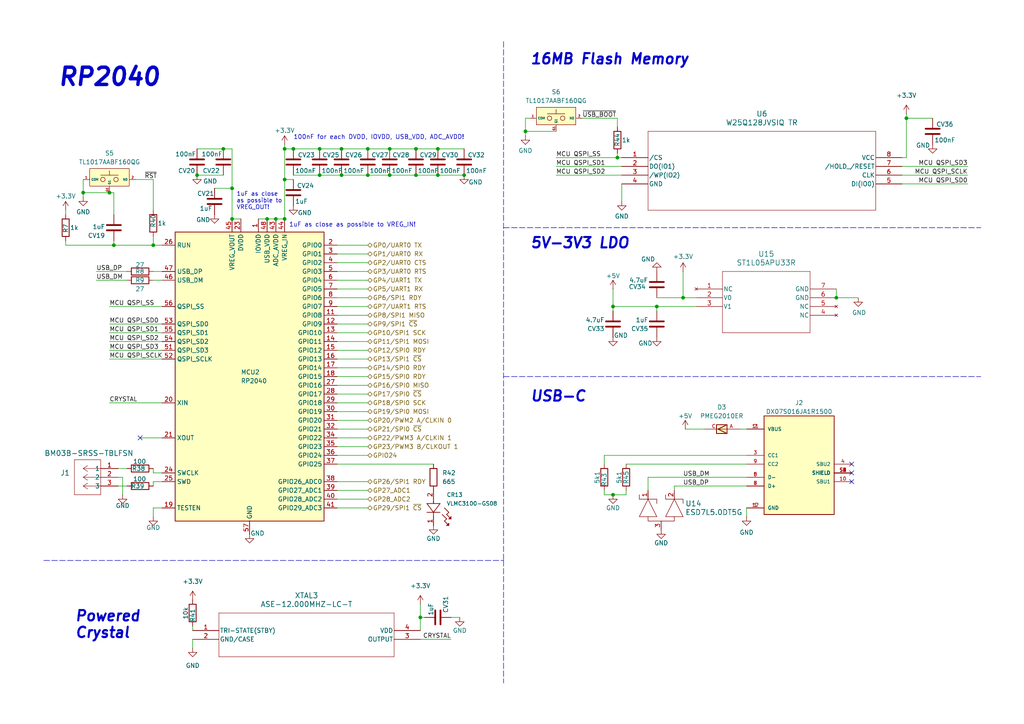
<source format=kicad_sch>
(kicad_sch (version 20231120) (generator "eeschema") (generator_version "8.0")
  (paper "A4")
  (lib_symbols
    (symbol "16MB_Flash:W25Q128JVSIQ_TR" (pin_names (offset 0.254))
      (property "Reference" "U" (at 40.64 12.7 0))
      (property "Value" "W25Q128JVSIQ TR" (at 40.64 10.16 0))
      (symbol "W25Q128JVSIQ_TR_0_1"
        (pin input line (at 0 0 0) (length 7.62) (name "/CS") (number "1"))
        (pin bidirectional line (at 0 -2.54 0) (length 7.62) (name "DO(IO1)") (number "2"))
        (pin bidirectional line (at 0 -5.08 0) (length 7.62) (name "/WP(IO2)") (number "3"))
        (pin passive line (at 0 -7.62 0) (length 7.62) (name "GND") (number "4"))
        (pin bidirectional line (at 81.28 -7.62 180) (length 7.62) (name "DI(IO0)") (number "5"))
        (pin input line (at 81.28 -5.08 180) (length 7.62) (name "CLK") (number "6"))
        (pin bidirectional line (at 81.28 -2.54 180) (length 7.62) (name "/HOLD_/RESET") (number "7"))
        (pin passive line (at 81.28 0 180) (length 7.62) (name "VCC") (number "8"))
      )
    )
    (symbol "AS12MHz:ASE-12.000MHZ-LC-T" (pin_names (offset 0.254))
      (property "Reference" "XTAL" (at 33.02 10.16 0))
      (property "Value" "ASE-12.000MHZ-LC-T" (at 33.02 7.62 0))
      (symbol "ASE-12.000MHZ-LC-T_0_1"
        (pin passive line (at 0 0 0) (length 7.62) (name "TRI-STATE(STBY)") (number "1"))
        (pin passive line (at 0 -2.54 0) (length 7.62) (name "GND/CASE") (number "2"))
        (pin output line (at 66.04 -2.54 180) (length 7.62) (name "OUTPUT") (number "3"))
        (pin power_in line (at 66.04 0 180) (length 7.62) (name "VDD") (number "4"))
      )
    )
    (symbol "DX07S016JA1R1500:DX07S016JA1R1500" (pin_names (offset 1.016))
      (property "Reference" "J" (at -9.906 16.002 0))
      (property "Value" "DX07S016JA1R1500" (at -10.16 -14.732 0))
      (symbol "DX07S016JA1R1500_0_0"
        (pin power_in line (at -15.24 -11.43 0) (length 5.08) (name "GND") (number "1"))
        (pin passive line (at 15.24 -3.81 180) (length 5.08) (name "SBU1") (number "10"))
        (pin passive line (at -15.24 11.43 0) (length 5.08) (name "VBUS") (number "11"))
        (pin power_in line (at -15.24 -11.43 0) (length 5.08) (name "GND") (number "12"))
        (pin passive line (at -15.24 11.43 0) (length 5.08) (name "VBUS") (number "2"))
        (pin passive line (at -15.24 3.81 0) (length 5.08) (name "CC1") (number "3"))
        (pin passive line (at 15.24 1.27 180) (length 5.08) (name "SBU2") (number "4"))
        (pin passive line (at -15.24 -2.54 0) (length 5.08) (name "D-") (number "5"))
        (pin passive line (at -15.24 -5.08 0) (length 5.08) (name "D+") (number "6"))
        (pin passive line (at -15.24 -5.08 0) (length 5.08) (name "D+") (number "7"))
        (pin passive line (at -15.24 -2.54 0) (length 5.08) (name "D-") (number "8"))
        (pin passive line (at -15.24 1.27 0) (length 5.08) (name "CC2") (number "9"))
        (pin passive line (at 15.24 -1.27 180) (length 5.08) (name "SHIELD") (number "S1"))
        (pin passive line (at 15.24 -1.27 180) (length 5.08) (name "SHIELD") (number "S2"))
        (pin passive line (at 15.24 -1.27 180) (length 5.08) (name "SHIELD") (number "S3"))
        (pin passive line (at 15.24 -1.27 180) (length 5.08) (name "SHIELD") (number "S4"))
        (pin passive line (at 15.24 -1.27 180) (length 5.08) (name "SHIELD") (number "S5"))
        (pin passive line (at 15.24 -1.27 180) (length 5.08) (name "SHIELD") (number "S6"))
      )
    )
    (symbol "Device:C" (pin_numbers hide) (pin_names (offset 0.254))
      (property "Reference" "C" (at 0.635 2.54 0))
      (property "Value" "C" (at 0.635 -2.54 0))
      (symbol "C_1_1"
        (pin passive line (at 0 3.81 270) (length 2.794) (name "~") (number "1"))
        (pin passive line (at 0 -3.81 90) (length 2.794) (name "~") (number "2"))
      )
    )
    (symbol "Device:R" (pin_numbers hide) (pin_names (offset 0))
      (property "Reference" "R" (at 2.032 0 90))
      (property "Value" "R" (at 0 0 90))
      (symbol "R_1_1"
        (pin passive line (at 0 3.81 270) (length 1.27) (name "~") (number "1"))
        (pin passive line (at 0 -3.81 90) (length 1.27) (name "~") (number "2"))
      )
    )
    (symbol "ESD7L5_Diode:ESD7L5.0DT5G" (pin_names (offset 0.254))
      (property "Reference" "U" (at 6.35 15.24 0))
      (property "Value" "ESD7L5.0DT5G" (at 6.35 12.7 0))
      (symbol "ESD7L5.0DT5G_1_1"
        (pin passive line (at 2.54 11.43 270) (length 2.54) (name "") (number "1"))
        (pin passive line (at 10.16 11.43 270) (length 2.54) (name "") (number "2"))
        (pin passive line (at 6.35 0 90) (length 2.54) (name "") (number "3"))
      )
    )
    (symbol "GreenLED__VLMC3100-GS08:VLMC3100-GS08" (pin_names (offset 0.254))
      (property "Reference" "CR" (at 5.08 -4.445 0))
      (property "Value" "VLMC3100-GS08" (at 5.08 -7.62 0))
      (symbol "VLMC3100-GS08_1_1"
        (pin passive line (at 10.16 0 180) (length 2.54) (name "") (number "1"))
        (pin passive line (at 0 0 0) (length 2.54) (name "") (number "2"))
      )
      (symbol "VLMC3100-GS08_1_2"
        (pin passive line (at 0 10.16 270) (length 2.54) (name "") (number "1"))
        (pin passive line (at 0 0 90) (length 2.54) (name "") (number "2"))
      )
    )
    (symbol "LDO_ST1L05A:ST1L05APU33R" (pin_names (offset 0.254))
      (property "Reference" "U" (at 20.32 10.16 0))
      (property "Value" "ST1L05APU33R" (at 20.32 7.62 0))
      (symbol "ST1L05APU33R_0_1"
        (pin no_connect line (at 0 0 0) (length 7.62) (name "NC") (number "1"))
        (pin passive line (at 0 -2.54 0) (length 7.62) (name "V0") (number "2"))
        (pin passive line (at 0 -5.08 0) (length 7.62) (name "V1") (number "3"))
        (pin no_connect line (at 40.64 -7.62 180) (length 7.62) (name "NC") (number "4"))
        (pin no_connect line (at 40.64 -5.08 180) (length 7.62) (name "NC") (number "5"))
        (pin passive line (at 40.64 -2.54 180) (length 7.62) (name "GND") (number "6"))
        (pin passive line (at 40.64 0 180) (length 7.62) (name "GND") (number "7"))
      )
    )
    (symbol "MCU_RaspberryPi:RP2040"
      (property "Reference" "U" (at 17.78 45.72 0))
      (property "Value" "RP2040" (at 17.78 43.18 0))
      (symbol "RP2040_1_1"
        (pin power_in line (at 2.54 45.72 270) (length 3.81) (name "IOVDD") (number "1"))
        (pin passive line (at 2.54 45.72 270) (length 3.81) hide (name "IOVDD") (number "10"))
        (pin bidirectional line (at 25.4 17.78 180) (length 3.81) (name "GPIO8") (number "11"))
        (pin bidirectional line (at 25.4 15.24 180) (length 3.81) (name "GPIO9") (number "12"))
        (pin bidirectional line (at 25.4 12.7 180) (length 3.81) (name "GPIO10") (number "13"))
        (pin bidirectional line (at 25.4 10.16 180) (length 3.81) (name "GPIO11") (number "14"))
        (pin bidirectional line (at 25.4 7.62 180) (length 3.81) (name "GPIO12") (number "15"))
        (pin bidirectional line (at 25.4 5.08 180) (length 3.81) (name "GPIO13") (number "16"))
        (pin bidirectional line (at 25.4 2.54 180) (length 3.81) (name "GPIO14") (number "17"))
        (pin bidirectional line (at 25.4 0 180) (length 3.81) (name "GPIO15") (number "18"))
        (pin input line (at -25.4 -38.1 0) (length 3.81) (name "TESTEN") (number "19"))
        (pin bidirectional line (at 25.4 38.1 180) (length 3.81) (name "GPIO0") (number "2"))
        (pin input line (at -25.4 -7.62 0) (length 3.81) (name "XIN") (number "20"))
        (pin passive line (at -25.4 -17.78 0) (length 3.81) (name "XOUT") (number "21"))
        (pin passive line (at 2.54 45.72 270) (length 3.81) hide (name "IOVDD") (number "22"))
        (pin power_in line (at -2.54 45.72 270) (length 3.81) (name "DVDD") (number "23"))
        (pin input line (at -25.4 -27.94 0) (length 3.81) (name "SWCLK") (number "24"))
        (pin bidirectional line (at -25.4 -30.48 0) (length 3.81) (name "SWD") (number "25"))
        (pin input line (at -25.4 38.1 0) (length 3.81) (name "RUN") (number "26"))
        (pin bidirectional line (at 25.4 -2.54 180) (length 3.81) (name "GPIO16") (number "27"))
        (pin bidirectional line (at 25.4 -5.08 180) (length 3.81) (name "GPIO17") (number "28"))
        (pin bidirectional line (at 25.4 -7.62 180) (length 3.81) (name "GPIO18") (number "29"))
        (pin bidirectional line (at 25.4 35.56 180) (length 3.81) (name "GPIO1") (number "3"))
        (pin bidirectional line (at 25.4 -10.16 180) (length 3.81) (name "GPIO19") (number "30"))
        (pin bidirectional line (at 25.4 -12.7 180) (length 3.81) (name "GPIO20") (number "31"))
        (pin bidirectional line (at 25.4 -15.24 180) (length 3.81) (name "GPIO21") (number "32"))
        (pin passive line (at 2.54 45.72 270) (length 3.81) hide (name "IOVDD") (number "33"))
        (pin bidirectional line (at 25.4 -17.78 180) (length 3.81) (name "GPIO22") (number "34"))
        (pin bidirectional line (at 25.4 -20.32 180) (length 3.81) (name "GPIO23") (number "35"))
        (pin bidirectional line (at 25.4 -22.86 180) (length 3.81) (name "GPIO24") (number "36"))
        (pin bidirectional line (at 25.4 -25.4 180) (length 3.81) (name "GPIO25") (number "37"))
        (pin bidirectional line (at 25.4 -30.48 180) (length 3.81) (name "GPIO26_ADC0") (number "38"))
        (pin bidirectional line (at 25.4 -33.02 180) (length 3.81) (name "GPIO27_ADC1") (number "39"))
        (pin bidirectional line (at 25.4 33.02 180) (length 3.81) (name "GPIO2") (number "4"))
        (pin bidirectional line (at 25.4 -35.56 180) (length 3.81) (name "GPIO28_ADC2") (number "40"))
        (pin bidirectional line (at 25.4 -38.1 180) (length 3.81) (name "GPIO29_ADC3") (number "41"))
        (pin passive line (at 2.54 45.72 270) (length 3.81) hide (name "IOVDD") (number "42"))
        (pin power_in line (at 7.62 45.72 270) (length 3.81) (name "ADC_AVDD") (number "43"))
        (pin power_in line (at 10.16 45.72 270) (length 3.81) (name "VREG_IN") (number "44"))
        (pin power_out line (at -5.08 45.72 270) (length 3.81) (name "VREG_VOUT") (number "45"))
        (pin bidirectional line (at -25.4 27.94 0) (length 3.81) (name "USB_DM") (number "46"))
        (pin bidirectional line (at -25.4 30.48 0) (length 3.81) (name "USB_DP") (number "47"))
        (pin power_in line (at 5.08 45.72 270) (length 3.81) (name "USB_VDD") (number "48"))
        (pin passive line (at 2.54 45.72 270) (length 3.81) hide (name "IOVDD") (number "49"))
        (pin bidirectional line (at 25.4 30.48 180) (length 3.81) (name "GPIO3") (number "5"))
        (pin passive line (at -2.54 45.72 270) (length 3.81) hide (name "DVDD") (number "50"))
        (pin bidirectional line (at -25.4 7.62 0) (length 3.81) (name "QSPI_SD3") (number "51"))
        (pin output line (at -25.4 5.08 0) (length 3.81) (name "QSPI_SCLK") (number "52"))
        (pin bidirectional line (at -25.4 15.24 0) (length 3.81) (name "QSPI_SD0") (number "53"))
        (pin bidirectional line (at -25.4 10.16 0) (length 3.81) (name "QSPI_SD2") (number "54"))
        (pin bidirectional line (at -25.4 12.7 0) (length 3.81) (name "QSPI_SD1") (number "55"))
        (pin bidirectional line (at -25.4 20.32 0) (length 3.81) (name "QSPI_SS") (number "56"))
        (pin power_in line (at 0 -45.72 90) (length 3.81) (name "GND") (number "57"))
        (pin bidirectional line (at 25.4 27.94 180) (length 3.81) (name "GPIO4") (number "6"))
        (pin bidirectional line (at 25.4 25.4 180) (length 3.81) (name "GPIO5") (number "7"))
        (pin bidirectional line (at 25.4 22.86 180) (length 3.81) (name "GPIO6") (number "8"))
        (pin bidirectional line (at 25.4 20.32 180) (length 3.81) (name "GPIO7") (number "9"))
      )
    )
    (symbol "PMEG2010ER:PMEG2010ER" (pin_names (offset 1.016))
      (property "Reference" "D" (at -3.8116 1.7534 0))
      (property "Value" "PMEG2010ER" (at -3.816 -3.5871 0))
      (symbol "PMEG2010ER_0_0"
        (pin passive line (at -5.08 0 0) (length 5.08) (name "~") (number "A"))
        (pin passive line (at 5.08 0 180) (length 5.08) (name "~") (number "C"))
      )
    )
    (symbol "SWD_Con:BM03B-SRSS-TBLFSN" (pin_names (offset 0.254))
      (property "Reference" "J" (at 8.89 6.35 0))
      (property "Value" "BM03B-SRSS-TBLFSN" (at 0 0 0))
      (symbol "BM03B-SRSS-TBLFSN_1_1"
        (pin passive line (at 0 0 0) (length 5.08) (name "1") (number "1"))
        (pin passive line (at 0 -2.54 0) (length 5.08) (name "2") (number "2"))
        (pin passive line (at 0 -5.08 0) (length 5.08) (name "3") (number "3"))
      )
      (symbol "BM03B-SRSS-TBLFSN_1_2"
        (pin passive line (at 0 0 0) (length 5.08) (name "1") (number "1"))
        (pin passive line (at 0 -2.54 0) (length 5.08) (name "2") (number "2"))
        (pin passive line (at 0 -5.08 0) (length 5.08) (name "3") (number "3"))
      )
    )
    (symbol "TL1017AABF160QG:TL1017AABF160QG"
      (property "Reference" "S" (at 0.762 14.732 0))
      (property "Value" "TL1017AABF160QG" (at 0.762 12.192 0))
      (symbol "TL1017AABF160QG_1_1"
        (pin passive line (at 1.27 3.81 0) (length 1.778) (name "COM") (number "1"))
        (pin passive line (at 16.51 3.81 180) (length 1.778) (name "NO") (number "2"))
        (pin passive line (at 8.89 0 90) (length 1.778) (name "G1") (number "G1"))
      )
    )
    (symbol "power:+3.3V" (power) (pin_numbers hide) (pin_names (offset 0) hide)
      (property "Value" "+3.3V" (at 0 3.556 0))
      (symbol "+3.3V_1_1"
        (pin power_in line (at 0 0 90) (length 0) (name "~") (number "1"))
      )
    )
    (symbol "power:+5V" (power) (pin_numbers hide) (pin_names (offset 0) hide)
      (property "Value" "+5V" (at 0 3.556 0))
      (symbol "+5V_1_1"
        (pin power_in line (at 0 0 90) (length 0) (name "~") (number "1"))
      )
    )
    (symbol "power:GND" (power) (pin_numbers hide) (pin_names (offset 0) hide)
      (property "Value" "GND" (at 0 -3.81 0))
      (symbol "GND_1_1"
        (pin power_in line (at 0 0 270) (length 0) (name "~") (number "1"))
      )
    )
  )
  (junction (at 179.07 45.72))
  (junction (at 127 50.8))
  (junction (at 106.68 50.8))
  (junction (at 31.75 55.88))
  (junction (at 82.55 63.5))
  (junction (at 82.55 43.18))
  (junction (at 121.92 179.07))
  (junction (at 33.02 71.12))
  (junction (at 67.31 54.61))
  (junction (at 99.06 43.18))
  (junction (at 127 43.18))
  (junction (at 99.06 50.8))
  (junction (at 113.03 50.8))
  (junction (at 92.71 43.18))
  (junction (at 152.4 38.1))
  (junction (at 177.8 143.51))
  (junction (at 92.71 50.8))
  (junction (at 44.45 71.12))
  (junction (at 190.5 88.9))
  (junction (at 177.8 88.9))
  (junction (at 198.12 86.36))
  (junction (at 113.03 43.18))
  (junction (at 77.47 63.5))
  (junction (at 120.65 50.8))
  (junction (at 24.13 55.88))
  (junction (at 64.77 43.18))
  (junction (at 85.09 43.18))
  (junction (at 262.89 34.29))
  (junction (at 57.15 50.8))
  (junction (at 80.01 63.5))
  (junction (at 134.62 50.8))
  (junction (at 106.68 43.18))
  (junction (at 82.55 52.07))
  (junction (at 67.31 63.5))
  (junction (at 242.57 86.36))
  (junction (at 120.65 43.18))
  (no_connect (at 247.015 139.7))
  (no_connect (at 247.015 134.62))
  (no_connect (at 247.015 137.16))
  (no_connect (at 40.64 127))
  (wire (pts (xy 97.79 124.46) (xy 106.68 124.46)))
  (wire (pts (xy 82.55 52.07) (xy 85.09 52.07)))
  (wire (pts (xy 62.23 54.61) (xy 67.31 54.61)))
  (wire (pts (xy 24.13 55.88) (xy 24.13 57.15)))
  (polyline (pts (xy 146.05 12.065) (xy 146.05 162.56)) (stroke (width 0) (type dash)))
  (wire (pts (xy 97.79 142.24) (xy 106.68 142.24)))
  (wire (pts (xy 31.75 96.52) (xy 46.99 96.52)))
  (wire (pts (xy 97.79 127) (xy 106.68 127)))
  (wire (pts (xy 55.88 181.61) (xy 55.88 182.88)))
  (wire (pts (xy 261.62 53.34) (xy 280.67 53.34)))
  (wire (pts (xy 177.8 83.82) (xy 177.8 88.9)))
  (wire (pts (xy 57.15 43.18) (xy 64.77 43.18)))
  (wire (pts (xy 67.31 54.61) (xy 67.31 43.18)))
  (wire (pts (xy 82.55 43.18) (xy 82.55 52.07)))
  (wire (pts (xy 44.45 147.32) (xy 46.99 147.32)))
  (wire (pts (xy 152.4 38.1) (xy 161.29 38.1)))
  (wire (pts (xy 74.93 63.5) (xy 77.47 63.5)))
  (wire (pts (xy 77.47 63.5) (xy 80.01 63.5)))
  (wire (pts (xy 121.92 175.26) (xy 121.92 179.07)))
  (wire (pts (xy 177.8 143.51) (xy 175.26 143.51)))
  (wire (pts (xy 31.75 88.9) (xy 46.99 88.9)))
  (wire (pts (xy 19.05 71.12) (xy 19.05 69.85)))
  (wire (pts (xy 190.5 86.36) (xy 198.12 86.36)))
  (wire (pts (xy 44.45 137.16) (xy 46.99 137.16)))
  (wire (pts (xy 180.34 50.8) (xy 161.29 50.8)))
  (wire (pts (xy 181.61 142.24) (xy 181.61 143.51)))
  (wire (pts (xy 180.34 53.34) (xy 180.34 58.42)))
  (wire (pts (xy 180.34 48.26) (xy 161.29 48.26)))
  (wire (pts (xy 31.75 93.98) (xy 46.99 93.98)))
  (polyline (pts (xy 146.05 162.56) (xy 146.05 198.12)) (stroke (width 0) (type dash)))
  (wire (pts (xy 130.81 179.07) (xy 133.35 179.07)))
  (wire (pts (xy 261.62 45.72) (xy 262.89 45.72)))
  (wire (pts (xy 35.56 138.43) (xy 35.56 143.51)))
  (wire (pts (xy 82.55 41.91) (xy 82.55 43.18)))
  (wire (pts (xy 39.37 52.07) (xy 44.45 52.07)))
  (wire (pts (xy 99.06 43.18) (xy 92.71 43.18)))
  (wire (pts (xy 97.79 132.08) (xy 106.68 132.08)))
  (wire (pts (xy 127 43.18) (xy 134.62 43.18)))
  (wire (pts (xy 33.02 55.88) (xy 33.02 62.23)))
  (wire (pts (xy 198.755 124.46) (xy 204.47 124.46)))
  (wire (pts (xy 97.79 78.74) (xy 106.68 78.74)))
  (wire (pts (xy 175.26 143.51) (xy 175.26 142.24)))
  (wire (pts (xy 262.89 34.29) (xy 270.51 34.29)))
  (wire (pts (xy 31.75 55.88) (xy 24.13 55.88)))
  (wire (pts (xy 44.45 81.28) (xy 46.99 81.28)))
  (wire (pts (xy 153.67 34.29) (xy 152.4 34.29)))
  (wire (pts (xy 113.03 43.18) (xy 106.68 43.18)))
  (wire (pts (xy 31.75 104.14) (xy 46.99 104.14)))
  (wire (pts (xy 97.79 134.62) (xy 125.73 134.62)))
  (wire (pts (xy 127 43.18) (xy 120.65 43.18)))
  (wire (pts (xy 24.13 52.07) (xy 24.13 55.88)))
  (wire (pts (xy 242.57 86.36) (xy 248.92 86.36)))
  (wire (pts (xy 97.79 71.12) (xy 106.68 71.12)))
  (wire (pts (xy 181.61 143.51) (xy 177.8 143.51)))
  (wire (pts (xy 195.58 140.97) (xy 216.535 140.97)))
  (wire (pts (xy 34.29 140.97) (xy 36.83 140.97)))
  (wire (pts (xy 179.07 44.45) (xy 179.07 45.72)))
  (wire (pts (xy 179.07 45.72) (xy 180.34 45.72)))
  (wire (pts (xy 120.65 43.18) (xy 113.03 43.18)))
  (wire (pts (xy 106.68 43.18) (xy 99.06 43.18)))
  (wire (pts (xy 99.06 50.8) (xy 106.68 50.8)))
  (polyline (pts (xy 146.05 66.04) (xy 284.48 66.04)) (stroke (width 0) (type dash)))
  (wire (pts (xy 97.79 147.32) (xy 106.68 147.32)))
  (wire (pts (xy 33.02 71.12) (xy 44.45 71.12)))
  (wire (pts (xy 97.79 106.68) (xy 106.68 106.68)))
  (wire (pts (xy 214.63 124.46) (xy 216.535 124.46)))
  (wire (pts (xy 216.535 134.62) (xy 181.61 134.62)))
  (wire (pts (xy 261.62 48.26) (xy 280.67 48.26)))
  (wire (pts (xy 33.02 71.12) (xy 33.02 69.85)))
  (wire (pts (xy 44.45 52.07) (xy 44.45 60.96)))
  (polyline (pts (xy 12.7 162.56) (xy 146.05 162.56)) (stroke (width 0) (type dash)))
  (wire (pts (xy 179.07 36.83) (xy 179.07 34.29)))
  (wire (pts (xy 97.79 88.9) (xy 106.68 88.9)))
  (wire (pts (xy 44.45 71.12) (xy 46.99 71.12)))
  (wire (pts (xy 97.79 114.3) (xy 106.68 114.3)))
  (wire (pts (xy 195.58 140.97) (xy 195.58 142.24)))
  (wire (pts (xy 97.79 121.92) (xy 106.68 121.92)))
  (wire (pts (xy 97.79 104.14) (xy 106.68 104.14)))
  (wire (pts (xy 97.79 116.84) (xy 106.68 116.84)))
  (wire (pts (xy 121.92 185.42) (xy 130.81 185.42)))
  (wire (pts (xy 121.92 179.07) (xy 121.92 182.88)))
  (wire (pts (xy 262.89 45.72) (xy 262.89 34.29)))
  (wire (pts (xy 31.75 99.06) (xy 46.99 99.06)))
  (wire (pts (xy 262.89 34.29) (xy 262.89 33.02)))
  (wire (pts (xy 55.88 185.42) (xy 55.88 187.96)))
  (wire (pts (xy 97.79 99.06) (xy 106.68 99.06)))
  (wire (pts (xy 44.45 149.86) (xy 44.45 147.32)))
  (wire (pts (xy 97.79 81.28) (xy 106.68 81.28)))
  (wire (pts (xy 198.12 86.36) (xy 201.93 86.36)))
  (wire (pts (xy 44.45 68.58) (xy 44.45 71.12)))
  (wire (pts (xy 97.79 91.44) (xy 106.68 91.44)))
  (wire (pts (xy 198.12 78.74) (xy 198.12 86.36)))
  (wire (pts (xy 67.31 54.61) (xy 67.31 63.5)))
  (wire (pts (xy 216.535 149.86) (xy 216.535 147.32)))
  (wire (pts (xy 97.79 139.7) (xy 106.68 139.7)))
  (wire (pts (xy 85.09 50.8) (xy 92.71 50.8)))
  (wire (pts (xy 27.94 81.28) (xy 36.83 81.28)))
  (wire (pts (xy 27.94 78.74) (xy 36.83 78.74)))
  (wire (pts (xy 190.5 90.17) (xy 190.5 88.9)))
  (wire (pts (xy 31.75 101.6) (xy 46.99 101.6)))
  (wire (pts (xy 67.31 43.18) (xy 64.77 43.18)))
  (wire (pts (xy 92.71 50.8) (xy 99.06 50.8)))
  (wire (pts (xy 187.96 138.43) (xy 187.96 142.24)))
  (wire (pts (xy 31.75 116.84) (xy 46.99 116.84)))
  (wire (pts (xy 80.01 63.5) (xy 82.55 63.5)))
  (wire (pts (xy 177.8 88.9) (xy 190.5 88.9)))
  (wire (pts (xy 97.79 76.2) (xy 106.68 76.2)))
  (wire (pts (xy 97.79 86.36) (xy 106.68 86.36)))
  (wire (pts (xy 19.05 60.96) (xy 19.05 62.23)))
  (wire (pts (xy 175.26 132.08) (xy 216.535 132.08)))
  (wire (pts (xy 106.68 50.8) (xy 113.03 50.8)))
  (wire (pts (xy 97.79 93.98) (xy 106.68 93.98)))
  (wire (pts (xy 113.03 50.8) (xy 120.65 50.8)))
  (wire (pts (xy 97.79 101.6) (xy 106.68 101.6)))
  (wire (pts (xy 161.29 45.72) (xy 179.07 45.72)))
  (wire (pts (xy 34.29 138.43) (xy 35.56 138.43)))
  (wire (pts (xy 127 50.8) (xy 134.62 50.8)))
  (wire (pts (xy 44.45 140.97) (xy 44.45 139.7)))
  (wire (pts (xy 175.26 134.62) (xy 175.26 132.08)))
  (wire (pts (xy 97.79 144.78) (xy 106.68 144.78)))
  (wire (pts (xy 97.79 73.66) (xy 106.68 73.66)))
  (wire (pts (xy 97.79 83.82) (xy 106.68 83.82)))
  (wire (pts (xy 97.79 109.22) (xy 106.68 109.22)))
  (wire (pts (xy 44.45 78.74) (xy 46.99 78.74)))
  (wire (pts (xy 152.4 38.1) (xy 152.4 39.37)))
  (wire (pts (xy 85.09 43.18) (xy 82.55 43.18)))
  (wire (pts (xy 179.07 34.29) (xy 168.91 34.29)))
  (wire (pts (xy 82.55 52.07) (xy 82.55 63.5)))
  (wire (pts (xy 57.15 50.8) (xy 64.77 50.8)))
  (wire (pts (xy 33.02 71.12) (xy 19.05 71.12)))
  (wire (pts (xy 120.65 50.8) (xy 127 50.8)))
  (wire (pts (xy 44.45 137.16) (xy 44.45 135.89)))
  (wire (pts (xy 97.79 129.54) (xy 106.68 129.54)))
  (wire (pts (xy 40.64 127) (xy 46.99 127)))
  (wire (pts (xy 33.02 55.88) (xy 31.75 55.88)))
  (wire (pts (xy 190.5 88.9) (xy 201.93 88.9)))
  (wire (pts (xy 67.31 63.5) (xy 69.85 63.5)))
  (wire (pts (xy 97.79 119.38) (xy 106.68 119.38)))
  (wire (pts (xy 44.45 139.7) (xy 46.99 139.7)))
  (wire (pts (xy 121.92 179.07) (xy 123.19 179.07)))
  (wire (pts (xy 261.62 50.8) (xy 280.67 50.8)))
  (wire (pts (xy 97.79 111.76) (xy 106.68 111.76)))
  (wire (pts (xy 92.71 43.18) (xy 85.09 43.18)))
  (wire (pts (xy 97.79 96.52) (xy 106.68 96.52)))
  (wire (pts (xy 187.96 138.43) (xy 216.535 138.43)))
  (wire (pts (xy 34.29 135.89) (xy 36.83 135.89)))
  (wire (pts (xy 152.4 34.29) (xy 152.4 38.1)))
  (wire (pts (xy 177.8 88.9) (xy 177.8 90.17)))
  (wire (pts (xy 242.57 83.82) (xy 242.57 86.36)))
  (polyline (pts (xy 146.05 109.22) (xy 284.48 109.22)) (stroke (width 0) (type dash)))
  (text "100nF for each DVDD, IOVDD, USB_VDD, ADC_AVDD!" (at 85.09 40.64 0) (effects (font (size 1.27 1.27)) (justify left bottom)))
  (text "1uF as close \nas possible to \nVREG_OUT!" (at 68.58 60.96 0) (effects (font (size 1.2 1.2)) (justify left bottom)))
  (text "RP2040" (at 16.51 25.4 0) (effects (font (size 5 5) (thickness 1) (bold yes) (italic yes)) (justify left bottom)))
  (text "Powered\nCrystal" (at 21.59 185.42 0) (effects (font (size 3 3) (bold yes) (italic yes)) (justify left bottom)))
  (text "5V-3V3 LDO" (at 153.67 72.39 0) (effects (font (size 3 3) (bold yes) (italic yes)) (justify left bottom)))
  (text "16MB Flash Memory" (at 153.67 19.05 0) (effects (font (size 3 3) (bold yes) (italic yes)) (justify left bottom)))
  (text "1uF as close as possible to VREG_IN!" (at 83.82 66.04 0) (effects (font (size 1.27 1.27)) (justify left bottom)))
  (text "USB-C" (at 153.67 116.84 0) (effects (font (size 3 3) (bold yes) (italic yes)) (justify left bottom)))
  (label "~{USB_BOOT}" (at 168.91 34.29 0))
  (label "MCU QSPI_SD0" (at 31.75 93.98 0))
  (label "USB_DP" (at 27.94 78.74 0))
  (label "MCU QSPI_SD3" (at 31.75 101.6 0))
  (label "CRYSTAL" (at 31.75 116.84 0))
  (label "MCU QSPI_SS" (at 161.29 45.72 0))
  (label "USB_DP" (at 198.12 140.97 0))
  (label "CRYSTAL" (at 130.81 185.42 180))
  (label "MCU QSPI_SD3" (at 280.67 48.26 180))
  (label "MCU QSPI_SD1" (at 31.75 96.52 0))
  (label "MCU QSPI_SD2" (at 161.29 50.8 0))
  (label "USB_DM" (at 27.94 81.28 0))
  (label "USB_DM" (at 198.12 138.43 0))
  (label "MCU QSPI_SCLK" (at 31.75 104.14 0))
  (label "~{RST}" (at 41.91 52.07 0))
  (label "MCU QSPI_SS" (at 31.75 88.9 0))
  (label "MCU QSPI_SD2" (at 31.75 99.06 0))
  (label "MCU QSPI_SD0" (at 280.67 53.34 180))
  (label "MCU QSPI_SCLK" (at 280.67 50.8 180))
  (label "MCU QSPI_SD1" (at 161.29 48.26 0))
  (hierarchical_label "GP0{slash}UART0 TX" (shape bidirectional) (at 106.68 71.12 0))
  (hierarchical_label "GP19{slash}SPI0 MOSI" (shape bidirectional) (at 106.68 119.38 0))
  (hierarchical_label "GP6{slash}SPI1 RDY" (shape bidirectional) (at 106.68 86.36 0))
  (hierarchical_label "GP18{slash}SPI0 SCK" (shape bidirectional) (at 106.68 116.84 0))
  (hierarchical_label "GP7{slash}UART1 RTS" (shape bidirectional) (at 106.68 88.9 0))
  (hierarchical_label "GP5{slash}UART1 RX" (shape bidirectional) (at 106.68 83.82 0))
  (hierarchical_label "GP28_ADC2" (shape bidirectional) (at 106.68 144.78 0))
  (hierarchical_label "GP27_ADC1" (shape bidirectional) (at 106.68 142.24 0))
  (hierarchical_label "GP26{slash}SPI1 RDY" (shape bidirectional) (at 106.68 139.7 0))
  (hierarchical_label "GP16{slash}SPI0 MISO" (shape bidirectional) (at 106.68 111.76 0))
  (hierarchical_label "GP17{slash}SPI0 ~{CS}" (shape bidirectional) (at 106.68 114.3 0))
  (hierarchical_label "GP2{slash}UART0 CTS" (shape bidirectional) (at 106.68 76.2 0))
  (hierarchical_label "GP23{slash}PWM3 B{slash}CLKOUT 1" (shape bidirectional) (at 106.68 129.54 0))
  (hierarchical_label "GP4{slash}UART1 TX" (shape bidirectional) (at 106.68 81.28 0))
  (hierarchical_label "GP3{slash}UART0 RTS" (shape bidirectional) (at 106.68 78.74 0))
  (hierarchical_label "GP9{slash}SPI1 ~{CS}" (shape bidirectional) (at 106.68 93.98 0))
  (hierarchical_label "GP22{slash}PWM3 A{slash}CLKIN 1" (shape bidirectional) (at 106.68 127 0))
  (hierarchical_label "GP29{slash}SPI1 ~{CS}" (shape bidirectional) (at 106.68 147.32 0))
  (hierarchical_label "GPIO24" (shape bidirectional) (at 106.68 132.08 0))
  (hierarchical_label "GP21{slash}SPI0 ~{CS}" (shape bidirectional) (at 106.68 124.46 0))
  (hierarchical_label "GP12{slash}SPI0 RDY" (shape bidirectional) (at 106.68 101.6 0))
  (hierarchical_label "GP8{slash}SPI1 MISO" (shape bidirectional) (at 106.68 91.44 0))
  (hierarchical_label "GP10{slash}SPI1 SCK" (shape bidirectional) (at 106.68 96.52 0))
  (hierarchical_label "GP11{slash}SPI1 MOSI" (shape bidirectional) (at 106.68 99.06 0))
  (hierarchical_label "GP1{slash}UART0 RX" (shape bidirectional) (at 106.68 73.66 0))
  (hierarchical_label "GP15{slash}SPI0 RDY" (shape bidirectional) (at 106.68 109.22 0))
  (hierarchical_label "GP13{slash}SPI1 ~{CS}" (shape bidirectional) (at 106.68 104.14 0))
  (hierarchical_label "GP20{slash}PWM2 A{slash}CLKIN 0" (shape bidirectional) (at 106.68 121.92 0))
  (hierarchical_label "GP14{slash}SPI0 RDY" (shape bidirectional) (at 106.68 106.68 0))
  (symbol (lib_id "Device:C") (at 99.06 46.99 0) (unit 1)
    (property "Reference" "CV26" (at 100.076 44.958 0) (effects (justify left)))
    (property "Value" "100nF" (at 99.568 49.53 0) (effects (justify left)))
    (property "Footprint" "Capacitor-0402:Capacitor_0402" (effects (hide yes)))
    (property "Description" "Unpolarized capacitor" (effects (hide yes)))
  )
  (symbol (lib_id "power:GND") (at 177.8 143.51 0) (mirror y) (unit 1)
    (property "Reference" "#PWR0117" (effects (hide yes)))
    (property "Value" "GND" (at 177.8 147.32 0))
    (property "Description" "Power symbol creates a global label with name \"GND\" , ground" (effects (hide yes)))
  )
  (symbol (lib_id "Device:R") (at 181.61 138.43 0) (mirror x) (unit 1)
    (property "Reference" "R45" (at 181.61 136.525 90) (effects (justify left)))
    (property "Value" "5k1" (at 179.578 136.652 90) (effects (justify left)))
    (property "Footprint" "Resistor-0805:RES_0805" (effects (hide yes)))
    (property "Description" "Resistor" (effects (hide yes)))
  )
  (symbol (lib_id "Device:R") (at 55.88 177.8 0) (mirror x) (unit 1)
    (property "Reference" "R41" (at 55.88 176.53 90) (effects (justify left)))
    (property "Value" "10k" (at 53.848 176.022 90) (effects (justify left)))
    (property "Footprint" "Resistor-0402:RES_0402" (effects (hide yes)))
    (property "Description" "Resistor" (effects (hide yes)))
  )
  (symbol (lib_id "Device:C") (at 57.15 46.99 180) (unit 1)
    (property "Reference" "CV20" (at 56.642 49.53 0) (effects (justify left)))
    (property "Value" "100nF" (at 56.896 44.704 0) (effects (justify left)))
    (property "Footprint" "Capacitor-0402:Capacitor_0402" (effects (hide yes)))
    (property "Description" "Unpolarized capacitor" (effects (hide yes)))
  )
  (symbol (lib_id "power:GND") (at 62.23 62.23 0) (unit 1)
    (property "Reference" "#PWR044" (effects (hide yes)))
    (property "Value" "GND" (at 58.928 63.754 0))
    (property "Description" "Power symbol creates a global label with name \"GND\" , ground" (effects (hide yes)))
  )
  (symbol (lib_id "DX07S016JA1R1500:DX07S016JA1R1500") (at 231.775 135.89 0) (unit 1)
    (property "Reference" "J2" (at 231.775 116.84 0))
    (property "Value" "DX07S016JA1R1500" (at 231.775 119.38 0))
    (property "Footprint" "DX07S016JA1R1500:JAE_DX07S016JA1R1500" (effects (hide yes)))
    (property "MF" "JAE Electronics" (effects (hide yes)))
    (property "MAXIMUM_PACKAGE_HEIGHT" "3.31 mm" (effects (hide yes)))
    (property "Package" "None" (effects (hide yes)))
    (property "Price" "None" (effects (hide yes)))
    (property "Check_prices" "https://www.snapeda.com/parts/DX07S016JA1R1500/JAE+Electronics/view-part/?ref=eda" (effects (hide yes)))
    (property "STANDARD" "Manufacturer Recommendations" (effects (hide yes)))
    (property "PARTREV" "1" (effects (hide yes)))
    (property "SnapEDA_Link" "https://www.snapeda.com/parts/DX07S016JA1R1500/JAE+Electronics/view-part/?ref=snap" (effects (hide yes)))
    (property "MP" "DX07S016JA1R1500" (effects (hide yes)))
    (property "Description_1" "\n                        \n                            USB-C (USB TYPE-C) USB 2.0 Receptacle Connector 24 (16+8 Dummy) Position Surface Mount, Right Angle; Through Hole\n                        \n" (effects (hide yes)))
    (property "Availability" "In Stock" (effects (hide yes)))
    (property "MANUFACTURER" "JAE Industry Ltd." (effects (hide yes)))
  )
  (symbol (lib_id "Device:C") (at 106.68 46.99 0) (unit 1)
    (property "Reference" "CV27" (at 107.696 44.958 0) (effects (justify left)))
    (property "Value" "100nF" (at 107.188 49.53 0) (effects (justify left)))
    (property "Footprint" "Capacitor-0402:Capacitor_0402" (effects (hide yes)))
    (property "Description" "Unpolarized capacitor" (effects (hide yes)))
  )
  (symbol (lib_id "power:GND") (at 133.35 179.07 0) (unit 1)
    (property "Reference" "#PWR0113" (effects (hide yes)))
    (property "Value" "GND" (at 133.35 182.88 0))
    (property "Description" "Power symbol creates a global label with name \"GND\" , ground" (effects (hide yes)))
  )
  (symbol (lib_id "TL1017AABF160QG:TL1017AABF160QG") (at 152.4 38.1 0) (unit 1)
    (property "Reference" "S6" (at 161.29 26.67 0))
    (property "Value" "TL1017AABF160QG" (at 161.29 29.21 0))
    (property "Footprint" "TL1017AABF160QG" (effects (hide yes)))
    (property "Datasheet" "https://configured-product-images.s3.amazonaws.com/2D/specs/TL1017AABF160QG.pdf" (effects (hide yes)))
    (property "Description" "TACT, Surface Mount" (effects (hide yes)))
    (property "Height" "1.7" (effects (hide yes)))
    (property "Mouser Part Number" "612-TL1017AABF160QG" (effects (hide yes)))
    (property "Mouser Price/Stock" "https://www.mouser.co.uk/ProductDetail/E-Switch/TL1017AABF160QG?qs=9vOqFld9vZWEDSBQD0ZM5A%3D%3D" (effects (hide yes)))
    (property "Manufacturer_Name" "E-Switch" (effects (hide yes)))
    (property "Manufacturer_Part_Number" "TL1017AABF160QG" (effects (hide yes)))
  )
  (symbol (lib_id "power:+3.3V") (at 121.92 175.26 0) (unit 1)
    (property "Reference" "#PWR0111" (effects (hide yes)))
    (property "Value" "+3.3V" (at 121.92 169.926 0))
    (property "Description" "Power symbol creates a global label with name \"+3.3V\"" (effects (hide yes)))
  )
  (symbol (lib_id "SWD_Con:BM03B-SRSS-TBLFSN") (at 34.29 135.89 0) (mirror y) (unit 1)
    (property "Reference" "J1" (at 20.32 137.1599 0) (effects (font (size 1.524 1.524)) (justify left)))
    (property "Value" "BM03B-SRSS-TBLFSN" (at 38.735 131.445 0) (effects (font (size 1.524 1.524)) (justify left)))
    (property "Footprint" "CONN_BM03B-SRSS-TBLFSN_JST" (effects (hide yes)))
    (property "Datasheet" "BM03B-SRSS-TBLFSN" (effects (hide yes)))
  )
  (symbol (lib_id "Device:R") (at 19.05 66.04 0) (unit 1)
    (property "Reference" "R7" (at 19.05 67.564 90) (effects (justify left)))
    (property "Value" "1k" (at 20.32 66.04 0) (effects (justify left)))
    (property "Footprint" "Resistor-0402:RES_0402" (effects (hide yes)))
    (property "Description" "Resistor" (effects (hide yes)))
  )
  (symbol (lib_id "Device:R") (at 175.26 138.43 0) (mirror x) (unit 1)
    (property "Reference" "R43" (at 175.26 137.16 90) (effects (justify left)))
    (property "Value" "5k1" (at 173.228 136.652 90) (effects (justify left)))
    (property "Footprint" "Resistor-0805:RES_0805" (effects (hide yes)))
    (property "Description" "Resistor" (effects (hide yes)))
  )
  (symbol (lib_id "power:+3.3V") (at 19.05 60.96 0) (unit 1)
    (property "Reference" "#PWR01" (effects (hide yes)))
    (property "Value" "+3.3V" (at 19.05 56.896 0))
    (property "Description" "Power symbol creates a global label with name \"+3.3V\"" (effects (hide yes)))
  )
  (symbol (lib_id "power:GND") (at 177.8 97.79 0) (unit 1)
    (property "Reference" "#PWR0116" (effects (hide yes)))
    (property "Value" "GND" (at 180.086 97.282 0))
    (property "Description" "Power symbol creates a global label with name \"GND\" , ground" (effects (hide yes)))
  )
  (symbol (lib_id "Device:R") (at 125.73 138.43 0) (unit 1)
    (property "Reference" "R42" (at 128.27 137.1599 0) (effects (justify left)))
    (property "Value" "665" (at 128.27 139.6999 0) (effects (justify left)))
    (property "Footprint" "Resistor-0402:RES_0402" (effects (hide yes)))
    (property "Description" "Resistor" (effects (hide yes)))
  )
  (symbol (lib_id "power:GND") (at 191.77 153.67 0) (mirror y) (unit 1)
    (property "Reference" "#PWR0121" (effects (hide yes)))
    (property "Value" "GND" (at 191.77 157.48 0))
    (property "Description" "Power symbol creates a global label with name \"GND\" , ground" (effects (hide yes)))
  )
  (symbol (lib_id "Device:R") (at 40.64 140.97 90) (mirror x) (unit 1)
    (property "Reference" "R39" (at 41.91 140.97 90) (effects (justify left)))
    (property "Value" "100" (at 42.418 138.938 90) (effects (justify left)))
    (property "Footprint" "Resistor-0402:RES_0402" (effects (hide yes)))
    (property "Description" "Resistor" (effects (hide yes)))
  )
  (symbol (lib_id "Device:C") (at 127 46.99 0) (unit 1)
    (property "Reference" "CV30" (at 128.016 44.958 0) (effects (justify left)))
    (property "Value" "100nF" (at 127.508 49.53 0) (effects (justify left)))
    (property "Footprint" "Capacitor-0402:Capacitor_0402" (effects (hide yes)))
    (property "Description" "Unpolarized capacitor" (effects (hide yes)))
  )
  (symbol (lib_id "power:+3.3V") (at 82.55 41.91 0) (unit 1)
    (property "Reference" "#PWR0109" (effects (hide yes)))
    (property "Value" "+3.3V" (at 82.55 37.846 0))
    (property "Description" "Power symbol creates a global label with name \"+3.3V\"" (effects (hide yes)))
  )
  (symbol (lib_id "16MB_Flash:W25Q128JVSIQ_TR") (at 180.34 45.72 0) (unit 1)
    (property "Reference" "U6" (at 220.98 33.02 0) (effects (font (size 1.524 1.524))))
    (property "Value" "W25Q128JVSIQ TR" (at 220.98 35.56 0) (effects (font (size 1.524 1.524))))
    (property "Footprint" "SOIC_208MIL_WIN" (effects (hide yes)))
    (property "Datasheet" "W25Q128JVSIQ TR" (effects (hide yes)))
  )
  (symbol (lib_id "Device:R") (at 40.64 135.89 90) (mirror x) (unit 1)
    (property "Reference" "R38" (at 42.164 135.89 90) (effects (justify left)))
    (property "Value" "100" (at 42.418 133.858 90) (effects (justify left)))
    (property "Footprint" "Resistor-0402:RES_0402" (effects (hide yes)))
    (property "Description" "Resistor" (effects (hide yes)))
  )
  (symbol (lib_id "Device:C") (at 62.23 58.42 0) (unit 1)
    (property "Reference" "CV21" (at 57.15 56.134 0) (effects (justify left)))
    (property "Value" "1uF" (at 57.912 60.452 0) (effects (justify left)))
    (property "Footprint" "Capacitor-0402:Capacitor_0402" (effects (hide yes)))
    (property "Description" "Unpolarized capacitor" (effects (hide yes)))
  )
  (symbol (lib_id "power:+5V") (at 198.755 124.46 0) (unit 1)
    (property "Reference" "#PWR0123" (effects (hide yes)))
    (property "Value" "+5V" (at 198.755 120.65 0))
    (property "Description" "Power symbol creates a global label with name \"+5V\"" (effects (hide yes)))
  )
  (symbol (lib_id "Device:C") (at 127 179.07 90) (unit 1)
    (property "Reference" "CV31" (at 129.286 177.8 0) (effects (justify left)))
    (property "Value" "1uF" (at 124.968 178.562 0) (effects (justify left)))
    (property "Footprint" "Capacitor-0402:Capacitor_0402" (effects (hide yes)))
    (property "Description" "Unpolarized capacitor" (effects (hide yes)))
  )
  (symbol (lib_id "power:GND") (at 24.13 57.15 0) (unit 1)
    (property "Reference" "#PWR02" (effects (hide yes)))
    (property "Value" "GND" (at 24.13 61.468 0))
    (property "Description" "Power symbol creates a global label with name \"GND\" , ground" (effects (hide yes)))
  )
  (symbol (lib_id "power:GND") (at 55.88 187.96 0) (unit 1)
    (property "Reference" "#PWR036" (effects (hide yes)))
    (property "Value" "GND" (at 55.88 193.04 0))
    (property "Description" "Power symbol creates a global label with name \"GND\" , ground" (effects (hide yes)))
  )
  (symbol (lib_id "power:GND") (at 125.73 152.4 0) (unit 1)
    (property "Reference" "#PWR0112" (effects (hide yes)))
    (property "Value" "GND" (at 125.73 156.21 0))
    (property "Description" "Power symbol creates a global label with name \"GND\" , ground" (effects (hide yes)))
  )
  (symbol (lib_id "GreenLED__VLMC3100-GS08:VLMC3100-GS08") (at 125.73 142.24 270) (unit 1)
    (property "Reference" "CR13" (at 129.54 143.51 90) (effects (font (size 1.143 1.143)) (justify left)))
    (property "Value" "VLMC3100-GS08" (at 129.54 146.05 90) (effects (font (size 1.143 1.143)) (justify left)))
    (property "Footprint" "LED_PLCC_VSMB" (effects (hide yes)))
    (property "Datasheet" "VLMC3100-GS08" (effects (hide yes)))
  )
  (symbol (lib_id "Device:C") (at 134.62 46.99 0) (unit 1)
    (property "Reference" "CV32" (at 135.636 44.958 0) (effects (justify left)))
    (property "Value" "100nF" (at 135.128 49.53 0) (effects (justify left)))
    (property "Footprint" "Capacitor-0402:Capacitor_0402" (effects (hide yes)))
    (property "Description" "Unpolarized capacitor" (effects (hide yes)))
  )
  (symbol (lib_id "Device:C") (at 92.71 46.99 0) (unit 1)
    (property "Reference" "CV25" (at 93.472 44.958 0) (effects (justify left)))
    (property "Value" "100nF" (at 93.218 49.53 0) (effects (justify left)))
    (property "Footprint" "Capacitor-0402:Capacitor_0402" (effects (hide yes)))
    (property "Description" "Unpolarized capacitor" (effects (hide yes)))
  )
  (symbol (lib_id "power:GND") (at 190.5 97.79 0) (unit 1)
    (property "Reference" "#PWR0120" (effects (hide yes)))
    (property "Value" "GND" (at 187.198 99.568 0))
    (property "Description" "Power symbol creates a global label with name \"GND\" , ground" (effects (hide yes)))
  )
  (symbol (lib_id "Device:C") (at 177.8 93.98 180) (unit 1)
    (property "Reference" "CV33" (at 175.3362 95.3516 0) (effects (justify left)))
    (property "Value" "4.7uF" (at 175.3362 92.8116 0) (effects (justify left)))
    (property "Footprint" "Capacitor-0402:Capacitor_0402" (effects (hide yes)))
    (property "Description" "Unpolarized capacitor" (effects (hide yes)))
  )
  (symbol (lib_id "Device:C") (at 33.02 66.04 180) (unit 1)
    (property "Reference" "CV19" (at 30.48 68.326 0) (effects (justify left)))
    (property "Value" "1uF" (at 30.48 65.786 0) (effects (justify left)))
    (property "Footprint" "Capacitor-0402:Capacitor_0402" (effects (hide yes)))
    (property "Description" "Unpolarized capacitor" (effects (hide yes)))
  )
  (symbol (lib_id "Device:C") (at 270.51 38.1 0) (unit 1)
    (property "Reference" "CV36" (at 271.526 36.068 0) (effects (justify left)))
    (property "Value" "100nF" (at 271.018 40.64 0) (effects (justify left)))
    (property "Footprint" "Capacitor-0402:Capacitor_0402" (effects (hide yes)))
    (property "Description" "Unpolarized capacitor" (effects (hide yes)))
  )
  (symbol (lib_id "Device:R") (at 40.64 81.28 90) (mirror x) (unit 1)
    (property "Reference" "R9" (at 41.91 81.28 90) (effects (justify left)))
    (property "Value" "27" (at 41.91 83.82 90) (effects (justify left)))
    (property "Footprint" "Resistor-0603:RES_0603" (effects (hide yes)))
    (property "Description" "Resistor" (effects (hide yes)))
  )
  (symbol (lib_id "power:GND") (at 134.62 50.8 0) (unit 1)
    (property "Reference" "#PWR0114" (effects (hide yes)))
    (property "Value" "GND" (at 137.922 52.832 0))
    (property "Description" "Power symbol creates a global label with name \"GND\" , ground" (effects (hide yes)))
  )
  (symbol (lib_id "power:GND") (at 57.15 50.8 0) (unit 1)
    (property "Reference" "#PWR043" (effects (hide yes)))
    (property "Value" "GND" (at 60.96 52.578 0))
    (property "Description" "Power symbol creates a global label with name \"GND\" , ground" (effects (hide yes)))
  )
  (symbol (lib_id "MCU_RaspberryPi:RP2040") (at 72.39 109.22 0) (unit 1)
    (property "Reference" "MCU2" (at 69.85 107.95 0) (effects (justify left)))
    (property "Value" "RP2040" (at 69.85 110.49 0) (effects (justify left)))
    (property "Footprint" "Package_DFN_QFN:QFN-56-1EP_7x7mm_P0.4mm_EP3.2x3.2mm" (effects (hide yes)))
    (property "Datasheet" "https://datasheets.raspberrypi.com/rp2040/rp2040-datasheet.pdf" (effects (hide yes)))
    (property "Description" "A microcontroller by Raspberry Pi" (effects (hide yes)))
  )
  (symbol (lib_id "Device:C") (at 64.77 46.99 180) (unit 1)
    (property "Reference" "CV22" (at 63.754 49.53 0) (effects (justify left)))
    (property "Value" "100nF" (at 64.516 44.704 0) (effects (justify left)))
    (property "Footprint" "Capacitor-0402:Capacitor_0402" (effects (hide yes)))
    (property "Description" "Unpolarized capacitor" (effects (hide yes)))
  )
  (symbol (lib_id "PMEG2010ER:PMEG2010ER") (at 209.55 124.46 0) (mirror y) (unit 1)
    (property "Reference" "D3" (at 209.3383 118.11 0))
    (property "Value" "PMEG2010ER" (at 209.3383 120.65 0))
    (property "Footprint" "PMEG2010ER:SODFL3517X110N" (effects (hide yes)))
    (property "MF" "NXP Semiconductors" (effects (hide yes)))
    (property "Description_1" "\n                        \n                            Rectifier Diode Schottky 1A Automotive 2-Pin SOD-123W T/R\n                        \n" (effects (hide yes)))
    (property "Package" "SOD-123 Nexperia USA" (effects (hide yes)))
    (property "Price" "None" (effects (hide yes)))
    (property "Check_prices" "https://www.snapeda.com/parts/PMEG2010ER/NXP+Semiconductors/view-part/?ref=eda" (effects (hide yes)))
    (property "STANDARD" "IPC-7351B" (effects (hide yes)))
    (property "PARTREV" "01" (effects (hide yes)))
    (property "SnapEDA_Link" "https://www.snapeda.com/parts/PMEG2010ER/NXP+Semiconductors/view-part/?ref=snap" (effects (hide yes)))
    (property "MP" "PMEG2010ER" (effects (hide yes)))
    (property "Availability" "In Stock" (effects (hide yes)))
    (property "MANUFACTURER" "NEXPERIA" (effects (hide yes)))
  )
  (symbol (lib_id "power:GND") (at 248.92 86.36 0) (unit 1)
    (property "Reference" "#PWR0125" (effects (hide yes)))
    (property "Value" "GND" (at 249.174 90.678 0))
    (property "Description" "Power symbol creates a global label with name \"GND\" , ground" (effects (hide yes)))
  )
  (symbol (lib_id "power:GND") (at 44.45 149.86 0) (unit 1)
    (property "Reference" "#PWR034" (effects (hide yes)))
    (property "Value" "GND" (at 44.45 153.035 0))
    (property "Description" "Power symbol creates a global label with name \"GND\" , ground" (effects (hide yes)))
  )
  (symbol (lib_id "Device:C") (at 120.65 46.99 0) (unit 1)
    (property "Reference" "CV29" (at 121.666 44.958 0) (effects (justify left)))
    (property "Value" "100nF" (at 121.158 49.53 0) (effects (justify left)))
    (property "Footprint" "Capacitor-0402:Capacitor_0402" (effects (hide yes)))
    (property "Description" "Unpolarized capacitor" (effects (hide yes)))
  )
  (symbol (lib_id "power:GND") (at 152.4 39.37 0) (unit 1)
    (property "Reference" "#PWR0115" (effects (hide yes)))
    (property "Value" "GND" (at 152.4 43.688 0))
    (property "Description" "Power symbol creates a global label with name \"GND\" , ground" (effects (hide yes)))
  )
  (symbol (lib_id "AS12MHz:ASE-12.000MHZ-LC-T") (at 55.88 182.88 0) (unit 1)
    (property "Reference" "XTAL3" (at 88.9 172.72 0) (effects (font (size 1.524 1.524))))
    (property "Value" "ASE-12.000MHZ-LC-T" (at 88.9 175.26 0) (effects (font (size 1.524 1.524))))
    (property "Footprint" "ASE-3.2X2.5_ABR" (effects (hide yes)))
    (property "Datasheet" "ASE-12.000MHZ-LC-T" (effects (hide yes)))
  )
  (symbol (lib_id "power:+5V") (at 177.8 83.82 0) (unit 1)
    (property "Reference" "#PWR0128" (effects (hide yes)))
    (property "Value" "+5V" (at 177.8 80.01 0))
    (property "Description" "Power symbol creates a global label with name \"+5V\"" (effects (hide yes)))
  )
  (symbol (lib_id "power:GND") (at 35.56 143.51 0) (unit 1)
    (property "Reference" "#PWR033" (effects (hide yes)))
    (property "Value" "GND" (at 35.56 146.685 0))
    (property "Description" "Power symbol creates a global label with name \"GND\" , ground" (effects (hide yes)))
  )
  (symbol (lib_id "power:GND") (at 270.51 41.91 0) (unit 1)
    (property "Reference" "#PWR0127" (effects (hide yes)))
    (property "Value" "GND" (at 267.716 42.164 0))
    (property "Description" "Power symbol creates a global label with name \"GND\" , ground" (effects (hide yes)))
  )
  (symbol (lib_id "power:GND") (at 72.39 154.94 0) (unit 1)
    (property "Reference" "#PWR0108" (effects (hide yes)))
    (property "Value" "GND" (at 74.676 154.686 0))
    (property "Description" "Power symbol creates a global label with name \"GND\" , ground" (effects (hide yes)))
  )
  (symbol (lib_id "power:+3.3V") (at 198.12 78.74 0) (unit 1)
    (property "Reference" "#PWR0122" (effects (hide yes)))
    (property "Value" "+3.3V" (at 198.12 74.422 0))
    (property "Description" "Power symbol creates a global label with name \"+3.3V\"" (effects (hide yes)))
  )
  (symbol (lib_id "Device:C") (at 85.09 55.88 0) (unit 1)
    (property "Reference" "CV24" (at 86.106 53.848 0) (effects (justify left)))
    (property "Value" "1uF" (at 85.598 58.42 0) (effects (justify left)))
    (property "Footprint" "Capacitor-0402:Capacitor_0402" (effects (hide yes)))
    (property "Description" "Unpolarized capacitor" (effects (hide yes)))
  )
  (symbol (lib_id "Device:C") (at 190.5 82.55 0) (mirror y) (unit 1)
    (property "Reference" "CV34" (at 187.325 83.185 0) (effects (justify left)))
    (property "Value" "4.7uF" (at 187.96 81.28 0) (effects (justify left)))
    (property "Footprint" "Capacitor-0402:Capacitor_0402" (effects (hide yes)))
    (property "Description" "Unpolarized capacitor" (effects (hide yes)))
  )
  (symbol (lib_id "Device:R") (at 40.64 78.74 90) (unit 1)
    (property "Reference" "R8" (at 41.91 78.74 90) (effects (justify left)))
    (property "Value" "27" (at 41.91 76.835 90) (effects (justify left)))
    (property "Footprint" "Resistor-0603:RES_0603" (effects (hide yes)))
    (property "Description" "Resistor" (effects (hide yes)))
  )
  (symbol (lib_id "Device:C") (at 190.5 93.98 180) (unit 1)
    (property "Reference" "CV35" (at 188.0362 95.3516 0) (effects (justify left)))
    (property "Value" "1uF" (at 188.0362 92.8116 0) (effects (justify left)))
    (property "Footprint" "Capacitor-0402:Capacitor_0402" (effects (hide yes)))
    (property "Description" "Unpolarized capacitor" (effects (hide yes)))
  )
  (symbol (lib_id "power:+3.3V") (at 55.88 173.99 0) (unit 1)
    (property "Reference" "#PWR035" (effects (hide yes)))
    (property "Value" "+3.3V" (at 55.88 168.656 0))
    (property "Description" "Power symbol creates a global label with name \"+3.3V\"" (effects (hide yes)))
  )
  (symbol (lib_id "Device:C") (at 85.09 46.99 0) (unit 1)
    (property "Reference" "CV23" (at 86.36 44.958 0) (effects (justify left)))
    (property "Value" "100nF" (at 85.598 49.53 0) (effects (justify left)))
    (property "Footprint" "Capacitor-0402:Capacitor_0402" (effects (hide yes)))
    (property "Description" "Unpolarized capacitor" (effects (hide yes)))
  )
  (symbol (lib_id "LDO_ST1L05A:ST1L05APU33R") (at 201.93 83.82 0) (unit 1)
    (property "Reference" "U15" (at 222.25 73.66 0) (effects (font (size 1.524 1.524))))
    (property "Value" "ST1L05APU33R" (at 222.25 76.2 0) (effects (font (size 1.524 1.524))))
    (property "Footprint" "DFN_5APU33R_STM" (effects (hide yes)))
    (property "Datasheet" "ST1L05APU33R" (effects (hide yes)))
  )
  (symbol (lib_id "Device:C") (at 113.03 46.99 0) (unit 1)
    (property "Reference" "CV28" (at 113.792 44.958 0) (effects (justify left)))
    (property "Value" "100nF" (at 113.538 49.53 0) (effects (justify left)))
    (property "Footprint" "Capacitor-0402:Capacitor_0402" (effects (hide yes)))
    (property "Description" "Unpolarized capacitor" (effects (hide yes)))
  )
  (symbol (lib_id "Device:R") (at 44.45 64.77 0) (unit 1)
    (property "Reference" "R40" (at 44.45 66.04 90) (effects (justify left)))
    (property "Value" "1k" (at 45.72 64.77 0) (effects (justify left)))
    (property "Footprint" "Resistor-0402:RES_0402" (effects (hide yes)))
    (property "Description" "Resistor" (effects (hide yes)))
  )
  (symbol (lib_id "power:GND") (at 180.34 58.42 0) (unit 1)
    (property "Reference" "#PWR0118" (effects (hide yes)))
    (property "Value" "GND" (at 180.34 62.738 0))
    (property "Description" "Power symbol creates a global label with name \"GND\" , ground" (effects (hide yes)))
  )
  (symbol (lib_id "Device:R") (at 179.07 40.64 0) (unit 1)
    (property "Reference" "R44" (at 179.07 42.545 90) (effects (justify left)))
    (property "Value" "1k" (at 180.34 40.64 0) (effects (justify left)))
    (property "Footprint" "Resistor-0402:RES_0402" (effects (hide yes)))
    (property "Description" "Resistor" (effects (hide yes)))
  )
  (symbol (lib_id "ESD7L5_Diode:ESD7L5.0DT5G") (at 185.42 153.67 0) (unit 1)
    (property "Reference" "U14" (at 198.755 146.0499 0) (effects (font (size 1.524 1.524)) (justify left)))
    (property "Value" "ESD7L5.0DT5G" (at 198.755 148.5899 0) (effects (font (size 1.524 1.524)) (justify left)))
    (property "Footprint" "SOT-723_0P85X1P25_ONS" (effects (hide yes)))
    (property "Datasheet" "ESD7L5.0DT5G" (effects (hide yes)))
  )
  (symbol (lib_id "TL1017AABF160QG:TL1017AABF160QG") (at 22.86 55.88 0) (unit 1)
    (property "Reference" "S5" (at 31.75 44.45 0))
    (property "Value" "TL1017AABF160QG" (at 31.75 46.99 0))
    (property "Footprint" "TL1017AABF160QG" (effects (hide yes)))
    (property "Datasheet" "https://configured-product-images.s3.amazonaws.com/2D/specs/TL1017AABF160QG.pdf" (effects (hide yes)))
    (property "Description" "TACT, Surface Mount" (effects (hide yes)))
    (property "Height" "1.7" (effects (hide yes)))
    (property "Mouser Part Number" "612-TL1017AABF160QG" (effects (hide yes)))
    (property "Mouser Price/Stock" "https://www.mouser.co.uk/ProductDetail/E-Switch/TL1017AABF160QG?qs=9vOqFld9vZWEDSBQD0ZM5A%3D%3D" (effects (hide yes)))
    (property "Manufacturer_Name" "E-Switch" (effects (hide yes)))
    (property "Manufacturer_Part_Number" "TL1017AABF160QG" (effects (hide yes)))
  )
  (symbol (lib_id "power:GND") (at 216.535 149.86 0) (mirror y) (unit 1)
    (property "Reference" "#PWR0124" (effects (hide yes)))
    (property "Value" "GND" (at 216.535 154.432 0))
    (property "Description" "Power symbol creates a global label with name \"GND\" , ground" (effects (hide yes)))
  )
  (symbol (lib_id "power:+3.3V") (at 262.89 33.02 0) (unit 1)
    (property "Reference" "#PWR0126" (effects (hide yes)))
    (property "Value" "+3.3V" (at 262.89 27.686 0))
    (property "Description" "Power symbol creates a global label with name \"+3.3V\"" (effects (hide yes)))
  )
  (symbol (lib_id "power:GND") (at 190.5 78.74 0) (mirror x) (unit 1)
    (property "Reference" "#PWR0119" (effects (hide yes)))
    (property "Value" "GND" (at 187.96 75.184 0))
    (property "Description" "Power symbol creates a global label with name \"GND\" , ground" (effects (hide yes)))
  )
  (symbol (lib_id "power:GND") (at 85.09 59.69 0) (unit 1)
    (property "Reference" "#PWR0110" (effects (hide yes)))
    (property "Value" "GND" (at 88.392 61.722 0))
    (property "Description" "Power symbol creates a global label with name \"GND\" , ground" (effects (hide yes)))
  )
)
</source>
